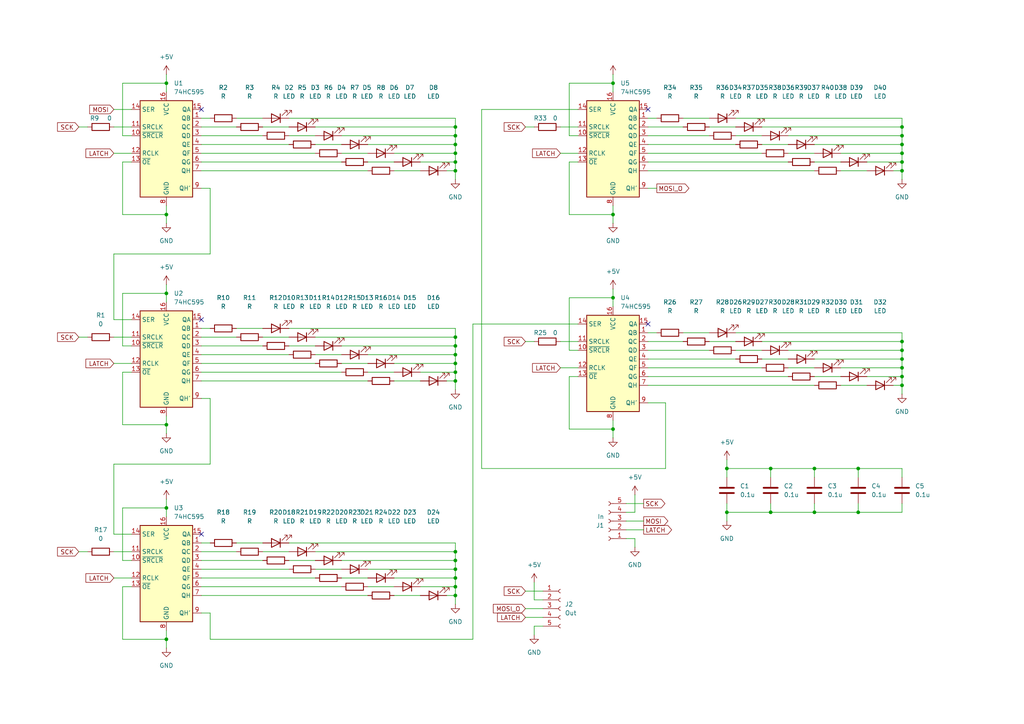
<source format=kicad_sch>
(kicad_sch (version 20250114) (generator "eeschema") (generator_version "9.0")
  (paper "A4")
  (lib_symbols
    (symbol "74xx:74HC595"
      (property "Reference" "U" (at -7.62 13.97 0))
      (property "Value" "74HC595" (at -7.62 -16.51 0))
      (symbol "74HC595_1_0"
        (pin input line (at -10.16 10.16 0) (length 2.54) (name "SER") (number "14"))
        (pin input line (at -10.16 5.08 0) (length 2.54) (name "SRCLK") (number "11"))
        (pin input line (at -10.16 2.54 0) (length 2.54) (name "~{SRCLR}") (number "10"))
        (pin input line (at -10.16 -2.54 0) (length 2.54) (name "RCLK") (number "12"))
        (pin input line (at -10.16 -5.08 0) (length 2.54) (name "~{OE}") (number "13"))
        (pin power_in line (at 0 15.24 270) (length 2.54) (name "VCC") (number "16"))
        (pin power_in line (at 0 -17.78 90) (length 2.54) (name "GND") (number "8"))
        (pin tri_state line (at 10.16 10.16 180) (length 2.54) (name "QA") (number "15"))
        (pin tri_state line (at 10.16 7.62 180) (length 2.54) (name "QB") (number "1"))
        (pin tri_state line (at 10.16 5.08 180) (length 2.54) (name "QC") (number "2"))
        (pin tri_state line (at 10.16 2.54 180) (length 2.54) (name "QD") (number "3"))
        (pin tri_state line (at 10.16 0 180) (length 2.54) (name "QE") (number "4"))
        (pin tri_state line (at 10.16 -2.54 180) (length 2.54) (name "QF") (number "5"))
        (pin tri_state line (at 10.16 -5.08 180) (length 2.54) (name "QG") (number "6"))
        (pin tri_state line (at 10.16 -7.62 180) (length 2.54) (name "QH") (number "7"))
        (pin output line (at 10.16 -12.7 180) (length 2.54) (name "QH'") (number "9"))
      )
    )
    (symbol "Connector:Conn_01x05_Socket" (pin_names (offset 1.016) (hide yes))
      (property "Reference" "J" (at 0 7.62 0))
      (property "Value" "Conn_01x05_Socket" (at 0 -7.62 0))
      (symbol "Conn_01x05_Socket_1_1"
        (pin passive line (at -5.08 5.08 0) (length 3.81) (name "Pin_1") (number "1"))
        (pin passive line (at -5.08 2.54 0) (length 3.81) (name "Pin_2") (number "2"))
        (pin passive line (at -5.08 0 0) (length 3.81) (name "Pin_3") (number "3"))
        (pin passive line (at -5.08 -2.54 0) (length 3.81) (name "Pin_4") (number "4"))
        (pin passive line (at -5.08 -5.08 0) (length 3.81) (name "Pin_5") (number "5"))
      )
    )
    (symbol "Device:C" (pin_numbers (hide yes)) (pin_names (offset 0.254))
      (property "Reference" "C" (at 0.635 2.54 0))
      (property "Value" "C" (at 0.635 -2.54 0))
      (symbol "C_1_1"
        (pin passive line (at 0 3.81 270) (length 2.794) (name "~") (number "1"))
        (pin passive line (at 0 -3.81 90) (length 2.794) (name "~") (number "2"))
      )
    )
    (symbol "Device:LED" (pin_numbers (hide yes)) (pin_names (offset 1.016) (hide yes))
      (property "Reference" "D" (at 0 2.54 0))
      (property "Value" "LED" (at 0 -2.54 0))
      (symbol "LED_1_1"
        (pin passive line (at -3.81 0 0) (length 2.54) (name "K") (number "1"))
        (pin passive line (at 3.81 0 180) (length 2.54) (name "A") (number "2"))
      )
    )
    (symbol "Device:R" (pin_numbers (hide yes)) (pin_names (offset 0))
      (property "Reference" "R" (at 2.032 0 90))
      (property "Value" "R" (at 0 0 90))
      (symbol "R_1_1"
        (pin passive line (at 0 3.81 270) (length 1.27) (name "~") (number "1"))
        (pin passive line (at 0 -3.81 90) (length 1.27) (name "~") (number "2"))
      )
    )
    (symbol "power:+5V" (power) (pin_numbers (hide yes)) (pin_names (offset 0) (hide yes))
      (property "Value" "+5V" (at 0 3.556 0))
      (symbol "+5V_1_1"
        (pin power_in line (at 0 0 90) (length 0) (name "~") (number "1"))
      )
    )
    (symbol "power:GND" (power) (pin_numbers (hide yes)) (pin_names (offset 0) (hide yes))
      (property "Value" "GND" (at 0 -3.81 0))
      (symbol "GND_1_1"
        (pin power_in line (at 0 0 270) (length 0) (name "~") (number "1"))
      )
    )
  )
  (junction (at 261.62 99.06))
  (junction (at 132.08 36.83))
  (junction (at 261.62 109.22))
  (junction (at 132.08 110.49))
  (junction (at 132.08 160.02))
  (junction (at 177.8 124.46))
  (junction (at 132.08 107.95))
  (junction (at 48.26 123.19))
  (junction (at 261.62 101.6))
  (junction (at 132.08 44.45))
  (junction (at 132.08 162.56))
  (junction (at 132.08 170.18))
  (junction (at 132.08 102.87))
  (junction (at 132.08 165.1))
  (junction (at 177.8 24.13))
  (junction (at 48.26 24.13))
  (junction (at 48.26 62.23))
  (junction (at 261.62 111.76))
  (junction (at 261.62 39.37))
  (junction (at 132.08 172.72))
  (junction (at 132.08 46.99))
  (junction (at 261.62 41.91))
  (junction (at 248.92 148.59))
  (junction (at 132.08 97.79))
  (junction (at 177.8 62.23))
  (junction (at 132.08 105.41))
  (junction (at 132.08 167.64))
  (junction (at 177.8 86.36))
  (junction (at 236.22 148.59))
  (junction (at 261.62 36.83))
  (junction (at 48.26 147.32))
  (junction (at 248.92 135.89))
  (junction (at 261.62 49.53))
  (junction (at 261.62 106.68))
  (junction (at 236.22 135.89))
  (junction (at 223.52 135.89))
  (junction (at 132.08 39.37))
  (junction (at 261.62 44.45))
  (junction (at 132.08 100.33))
  (junction (at 210.82 135.89))
  (junction (at 48.26 185.42))
  (junction (at 48.26 85.09))
  (junction (at 223.52 148.59))
  (junction (at 210.82 148.59))
  (junction (at 261.62 46.99))
  (junction (at 132.08 41.91))
  (junction (at 261.62 104.14))
  (junction (at 132.08 49.53))
  (no_connect (at 58.42 154.94))
  (no_connect (at 58.42 92.71))
  (no_connect (at 58.42 31.75))
  (no_connect (at 187.96 31.75))
  (no_connect (at 187.96 93.98))
  (wire (pts (xy 83.82 95.25) (xy 132.08 95.25)))
  (wire (pts (xy 132.08 172.72) (xy 129.54 172.72)))
  (wire (pts (xy 58.42 97.79) (xy 68.58 97.79)))
  (wire (pts (xy 187.96 49.53) (xy 236.22 49.53)))
  (wire (pts (xy 193.04 135.89) (xy 139.7 135.89)))
  (wire (pts (xy 48.26 21.59) (xy 48.26 24.13)))
  (wire (pts (xy 121.92 107.95) (xy 132.08 107.95)))
  (wire (pts (xy 210.82 148.59) (xy 210.82 151.13)))
  (wire (pts (xy 91.44 97.79) (xy 132.08 97.79)))
  (wire (pts (xy 243.84 106.68) (xy 261.62 106.68)))
  (wire (pts (xy 58.42 49.53) (xy 106.68 49.53)))
  (wire (pts (xy 261.62 114.3) (xy 261.62 111.76)))
  (wire (pts (xy 187.96 116.84) (xy 193.04 116.84)))
  (wire (pts (xy 236.22 135.89) (xy 223.52 135.89)))
  (wire (pts (xy 223.52 146.05) (xy 223.52 148.59)))
  (wire (pts (xy 132.08 100.33) (xy 132.08 102.87)))
  (wire (pts (xy 76.2 160.02) (xy 83.82 160.02)))
  (wire (pts (xy 35.56 147.32) (xy 48.26 147.32)))
  (wire (pts (xy 33.02 105.41) (xy 38.1 105.41)))
  (wire (pts (xy 236.22 41.91) (xy 261.62 41.91)))
  (wire (pts (xy 167.64 46.99) (xy 165.1 46.99)))
  (wire (pts (xy 187.96 106.68) (xy 220.98 106.68)))
  (wire (pts (xy 132.08 105.41) (xy 132.08 107.95)))
  (wire (pts (xy 132.08 41.91) (xy 132.08 44.45)))
  (wire (pts (xy 38.1 170.18) (xy 35.56 170.18)))
  (wire (pts (xy 198.12 96.52) (xy 205.74 96.52)))
  (wire (pts (xy 48.26 147.32) (xy 48.26 149.86)))
  (wire (pts (xy 261.62 106.68) (xy 261.62 109.22)))
  (wire (pts (xy 177.8 124.46) (xy 177.8 127)))
  (wire (pts (xy 167.64 39.37) (xy 165.1 39.37)))
  (wire (pts (xy 228.6 44.45) (xy 236.22 44.45)))
  (wire (pts (xy 33.02 44.45) (xy 38.1 44.45)))
  (wire (pts (xy 248.92 135.89) (xy 236.22 135.89)))
  (wire (pts (xy 165.1 86.36) (xy 177.8 86.36)))
  (wire (pts (xy 38.1 100.33) (xy 35.56 100.33)))
  (wire (pts (xy 177.8 59.69) (xy 177.8 62.23)))
  (wire (pts (xy 114.3 172.72) (xy 121.92 172.72)))
  (wire (pts (xy 22.86 160.02) (xy 25.4 160.02)))
  (wire (pts (xy 181.61 153.67) (xy 186.69 153.67)))
  (wire (pts (xy 114.3 49.53) (xy 121.92 49.53)))
  (wire (pts (xy 177.8 62.23) (xy 177.8 64.77)))
  (wire (pts (xy 91.44 41.91) (xy 99.06 41.91)))
  (wire (pts (xy 187.96 39.37) (xy 205.74 39.37)))
  (wire (pts (xy 132.08 52.07) (xy 132.08 49.53)))
  (wire (pts (xy 48.26 144.78) (xy 48.26 147.32)))
  (wire (pts (xy 83.82 157.48) (xy 132.08 157.48)))
  (wire (pts (xy 152.4 179.07) (xy 157.48 179.07)))
  (wire (pts (xy 139.7 31.75) (xy 167.64 31.75)))
  (wire (pts (xy 58.42 100.33) (xy 76.2 100.33)))
  (wire (pts (xy 58.42 157.48) (xy 60.96 157.48)))
  (wire (pts (xy 91.44 102.87) (xy 99.06 102.87)))
  (wire (pts (xy 165.1 24.13) (xy 177.8 24.13)))
  (wire (pts (xy 198.12 34.29) (xy 205.74 34.29)))
  (wire (pts (xy 152.4 36.83) (xy 154.94 36.83)))
  (wire (pts (xy 99.06 100.33) (xy 132.08 100.33)))
  (wire (pts (xy 35.56 46.99) (xy 35.56 62.23)))
  (wire (pts (xy 228.6 39.37) (xy 261.62 39.37)))
  (wire (pts (xy 114.3 110.49) (xy 121.92 110.49)))
  (wire (pts (xy 106.68 41.91) (xy 132.08 41.91)))
  (wire (pts (xy 132.08 165.1) (xy 132.08 167.64)))
  (wire (pts (xy 132.08 36.83) (xy 132.08 39.37)))
  (wire (pts (xy 261.62 36.83) (xy 261.62 39.37)))
  (wire (pts (xy 261.62 52.07) (xy 261.62 49.53)))
  (wire (pts (xy 181.61 146.05) (xy 186.69 146.05)))
  (wire (pts (xy 187.96 41.91) (xy 213.36 41.91)))
  (wire (pts (xy 205.74 36.83) (xy 213.36 36.83)))
  (wire (pts (xy 33.02 31.75) (xy 38.1 31.75)))
  (wire (pts (xy 193.04 116.84) (xy 193.04 135.89)))
  (wire (pts (xy 68.58 95.25) (xy 76.2 95.25)))
  (wire (pts (xy 132.08 44.45) (xy 132.08 46.99)))
  (wire (pts (xy 58.42 44.45) (xy 91.44 44.45)))
  (wire (pts (xy 132.08 170.18) (xy 132.08 172.72)))
  (wire (pts (xy 33.02 97.79) (xy 38.1 97.79)))
  (wire (pts (xy 99.06 167.64) (xy 106.68 167.64)))
  (wire (pts (xy 261.62 99.06) (xy 261.62 101.6)))
  (wire (pts (xy 261.62 109.22) (xy 261.62 111.76)))
  (wire (pts (xy 48.26 182.88) (xy 48.26 185.42)))
  (wire (pts (xy 181.61 151.13) (xy 186.69 151.13)))
  (wire (pts (xy 132.08 95.25) (xy 132.08 97.79)))
  (wire (pts (xy 162.56 36.83) (xy 167.64 36.83)))
  (wire (pts (xy 38.1 162.56) (xy 35.56 162.56)))
  (wire (pts (xy 35.56 170.18) (xy 35.56 185.42)))
  (wire (pts (xy 184.15 143.51) (xy 184.15 148.59)))
  (wire (pts (xy 33.02 73.66) (xy 60.96 73.66)))
  (wire (pts (xy 121.92 46.99) (xy 132.08 46.99)))
  (wire (pts (xy 68.58 157.48) (xy 76.2 157.48)))
  (wire (pts (xy 33.02 154.94) (xy 33.02 134.62)))
  (wire (pts (xy 261.62 39.37) (xy 261.62 41.91)))
  (wire (pts (xy 152.4 176.53) (xy 157.48 176.53)))
  (wire (pts (xy 210.82 146.05) (xy 210.82 148.59)))
  (wire (pts (xy 210.82 135.89) (xy 210.82 138.43)))
  (wire (pts (xy 99.06 44.45) (xy 106.68 44.45)))
  (wire (pts (xy 83.82 162.56) (xy 91.44 162.56)))
  (wire (pts (xy 154.94 184.15) (xy 154.94 181.61)))
  (wire (pts (xy 132.08 97.79) (xy 132.08 100.33)))
  (wire (pts (xy 22.86 97.79) (xy 25.4 97.79)))
  (wire (pts (xy 132.08 107.95) (xy 132.08 110.49)))
  (wire (pts (xy 177.8 21.59) (xy 177.8 24.13)))
  (wire (pts (xy 213.36 39.37) (xy 220.98 39.37)))
  (wire (pts (xy 220.98 41.91) (xy 228.6 41.91)))
  (wire (pts (xy 35.56 100.33) (xy 35.56 85.09)))
  (wire (pts (xy 58.42 107.95) (xy 99.06 107.95)))
  (wire (pts (xy 165.1 101.6) (xy 165.1 86.36)))
  (wire (pts (xy 35.56 107.95) (xy 35.56 123.19)))
  (wire (pts (xy 132.08 102.87) (xy 132.08 105.41)))
  (wire (pts (xy 184.15 148.59) (xy 181.61 148.59)))
  (wire (pts (xy 33.02 36.83) (xy 38.1 36.83)))
  (wire (pts (xy 83.82 39.37) (xy 91.44 39.37)))
  (wire (pts (xy 213.36 101.6) (xy 220.98 101.6)))
  (wire (pts (xy 35.56 85.09) (xy 48.26 85.09)))
  (wire (pts (xy 60.96 73.66) (xy 60.96 54.61)))
  (wire (pts (xy 162.56 99.06) (xy 167.64 99.06)))
  (wire (pts (xy 152.4 171.45) (xy 157.48 171.45)))
  (wire (pts (xy 162.56 44.45) (xy 167.64 44.45)))
  (wire (pts (xy 213.36 34.29) (xy 261.62 34.29)))
  (wire (pts (xy 261.62 146.05) (xy 261.62 148.59)))
  (wire (pts (xy 38.1 46.99) (xy 35.56 46.99)))
  (wire (pts (xy 60.96 54.61) (xy 58.42 54.61)))
  (wire (pts (xy 167.64 109.22) (xy 165.1 109.22)))
  (wire (pts (xy 33.02 167.64) (xy 38.1 167.64)))
  (wire (pts (xy 58.42 110.49) (xy 106.68 110.49)))
  (wire (pts (xy 132.08 113.03) (xy 132.08 110.49)))
  (wire (pts (xy 152.4 99.06) (xy 154.94 99.06)))
  (wire (pts (xy 243.84 111.76) (xy 251.46 111.76)))
  (wire (pts (xy 33.02 160.02) (xy 38.1 160.02)))
  (wire (pts (xy 58.42 46.99) (xy 99.06 46.99)))
  (wire (pts (xy 58.42 36.83) (xy 68.58 36.83)))
  (wire (pts (xy 236.22 135.89) (xy 236.22 138.43)))
  (wire (pts (xy 35.56 185.42) (xy 48.26 185.42)))
  (wire (pts (xy 187.96 46.99) (xy 228.6 46.99)))
  (wire (pts (xy 137.16 185.42) (xy 137.16 93.98)))
  (wire (pts (xy 132.08 160.02) (xy 132.08 162.56)))
  (wire (pts (xy 243.84 49.53) (xy 251.46 49.53)))
  (wire (pts (xy 132.08 39.37) (xy 132.08 41.91)))
  (wire (pts (xy 60.96 177.8) (xy 60.96 185.42)))
  (wire (pts (xy 58.42 170.18) (xy 99.06 170.18)))
  (wire (pts (xy 48.26 62.23) (xy 48.26 64.77)))
  (wire (pts (xy 261.62 111.76) (xy 259.08 111.76)))
  (wire (pts (xy 106.68 170.18) (xy 114.3 170.18)))
  (wire (pts (xy 248.92 135.89) (xy 248.92 138.43)))
  (wire (pts (xy 106.68 107.95) (xy 114.3 107.95)))
  (wire (pts (xy 220.98 99.06) (xy 261.62 99.06)))
  (wire (pts (xy 33.02 92.71) (xy 38.1 92.71)))
  (wire (pts (xy 261.62 34.29) (xy 261.62 36.83)))
  (wire (pts (xy 177.8 83.82) (xy 177.8 86.36)))
  (wire (pts (xy 48.26 120.65) (xy 48.26 123.19)))
  (wire (pts (xy 220.98 104.14) (xy 228.6 104.14)))
  (wire (pts (xy 132.08 175.26) (xy 132.08 172.72)))
  (wire (pts (xy 223.52 135.89) (xy 223.52 138.43)))
  (wire (pts (xy 35.56 62.23) (xy 48.26 62.23)))
  (wire (pts (xy 210.82 133.35) (xy 210.82 135.89)))
  (wire (pts (xy 33.02 92.71) (xy 33.02 73.66)))
  (wire (pts (xy 58.42 165.1) (xy 83.82 165.1)))
  (wire (pts (xy 48.26 82.55) (xy 48.26 85.09)))
  (wire (pts (xy 99.06 105.41) (xy 106.68 105.41)))
  (wire (pts (xy 60.96 185.42) (xy 137.16 185.42)))
  (wire (pts (xy 220.98 36.83) (xy 261.62 36.83)))
  (wire (pts (xy 33.02 154.94) (xy 38.1 154.94)))
  (wire (pts (xy 48.26 59.69) (xy 48.26 62.23)))
  (wire (pts (xy 132.08 34.29) (xy 132.08 36.83)))
  (wire (pts (xy 177.8 121.92) (xy 177.8 124.46)))
  (wire (pts (xy 248.92 146.05) (xy 248.92 148.59)))
  (wire (pts (xy 60.96 134.62) (xy 60.96 115.57)))
  (wire (pts (xy 60.96 115.57) (xy 58.42 115.57)))
  (wire (pts (xy 236.22 46.99) (xy 243.84 46.99)))
  (wire (pts (xy 58.42 95.25) (xy 60.96 95.25)))
  (wire (pts (xy 187.96 44.45) (xy 220.98 44.45)))
  (wire (pts (xy 162.56 106.68) (xy 167.64 106.68)))
  (wire (pts (xy 154.94 168.91) (xy 154.94 173.99)))
  (wire (pts (xy 261.62 135.89) (xy 261.62 138.43)))
  (wire (pts (xy 184.15 156.21) (xy 181.61 156.21)))
  (wire (pts (xy 58.42 177.8) (xy 60.96 177.8)))
  (wire (pts (xy 261.62 44.45) (xy 261.62 46.99)))
  (wire (pts (xy 187.96 109.22) (xy 228.6 109.22)))
  (wire (pts (xy 261.62 41.91) (xy 261.62 44.45)))
  (wire (pts (xy 76.2 36.83) (xy 83.82 36.83)))
  (wire (pts (xy 187.96 104.14) (xy 213.36 104.14)))
  (wire (pts (xy 165.1 46.99) (xy 165.1 62.23)))
  (wire (pts (xy 236.22 109.22) (xy 243.84 109.22)))
  (wire (pts (xy 22.86 36.83) (xy 25.4 36.83)))
  (wire (pts (xy 177.8 24.13) (xy 177.8 26.67)))
  (wire (pts (xy 48.26 185.42) (xy 48.26 187.96)))
  (wire (pts (xy 106.68 46.99) (xy 114.3 46.99)))
  (wire (pts (xy 187.96 99.06) (xy 198.12 99.06)))
  (wire (pts (xy 48.26 123.19) (xy 48.26 125.73)))
  (wire (pts (xy 236.22 104.14) (xy 261.62 104.14)))
  (wire (pts (xy 165.1 109.22) (xy 165.1 124.46)))
  (wire (pts (xy 132.08 157.48) (xy 132.08 160.02)))
  (wire (pts (xy 213.36 96.52) (xy 261.62 96.52)))
  (wire (pts (xy 205.74 99.06) (xy 213.36 99.06)))
  (wire (pts (xy 132.08 167.64) (xy 132.08 170.18)))
  (wire (pts (xy 83.82 100.33) (xy 91.44 100.33)))
  (wire (pts (xy 114.3 44.45) (xy 132.08 44.45)))
  (wire (pts (xy 167.64 101.6) (xy 165.1 101.6)))
  (wire (pts (xy 99.06 162.56) (xy 132.08 162.56)))
  (wire (pts (xy 261.62 46.99) (xy 261.62 49.53)))
  (wire (pts (xy 223.52 135.89) (xy 210.82 135.89)))
  (wire (pts (xy 83.82 34.29) (xy 132.08 34.29)))
  (wire (pts (xy 106.68 102.87) (xy 132.08 102.87)))
  (wire (pts (xy 58.42 162.56) (xy 76.2 162.56)))
  (wire (pts (xy 91.44 160.02) (xy 132.08 160.02)))
  (wire (pts (xy 187.96 101.6) (xy 205.74 101.6)))
  (wire (pts (xy 261.62 104.14) (xy 261.62 106.68)))
  (wire (pts (xy 154.94 181.61) (xy 157.48 181.61)))
  (wire (pts (xy 251.46 109.22) (xy 261.62 109.22)))
  (wire (pts (xy 165.1 39.37) (xy 165.1 24.13)))
  (wire (pts (xy 132.08 49.53) (xy 129.54 49.53)))
  (wire (pts (xy 58.42 34.29) (xy 60.96 34.29)))
  (wire (pts (xy 165.1 124.46) (xy 177.8 124.46)))
  (wire (pts (xy 33.02 134.62) (xy 60.96 134.62)))
  (wire (pts (xy 132.08 46.99) (xy 132.08 49.53)))
  (wire (pts (xy 35.56 123.19) (xy 48.26 123.19)))
  (wire (pts (xy 35.56 162.56) (xy 35.56 147.32)))
  (wire (pts (xy 236.22 148.59) (xy 223.52 148.59)))
  (wire (pts (xy 157.48 173.99) (xy 154.94 173.99)))
  (wire (pts (xy 99.06 39.37) (xy 132.08 39.37)))
  (wire (pts (xy 58.42 39.37) (xy 76.2 39.37)))
  (wire (pts (xy 76.2 97.79) (xy 83.82 97.79)))
  (wire (pts (xy 184.15 158.75) (xy 184.15 156.21)))
  (wire (pts (xy 228.6 106.68) (xy 236.22 106.68)))
  (wire (pts (xy 114.3 105.41) (xy 132.08 105.41)))
  (wire (pts (xy 58.42 167.64) (xy 91.44 167.64)))
  (wire (pts (xy 139.7 31.75) (xy 139.7 135.89)))
  (wire (pts (xy 261.62 148.59) (xy 248.92 148.59)))
  (wire (pts (xy 165.1 62.23) (xy 177.8 62.23)))
  (wire (pts (xy 35.56 24.13) (xy 48.26 24.13)))
  (wire (pts (xy 223.52 148.59) (xy 210.82 148.59)))
  (wire (pts (xy 236.22 146.05) (xy 236.22 148.59)))
  (wire (pts (xy 58.42 172.72) (xy 106.68 172.72)))
  (wire (pts (xy 251.46 46.99) (xy 261.62 46.99)))
  (wire (pts (xy 58.42 105.41) (xy 91.44 105.41)))
  (wire (pts (xy 48.26 24.13) (xy 48.26 26.67)))
  (wire (pts (xy 187.96 34.29) (xy 190.5 34.29)))
  (wire (pts (xy 106.68 165.1) (xy 132.08 165.1)))
  (wire (pts (xy 91.44 36.83) (xy 132.08 36.83)))
  (wire (pts (xy 261.62 96.52) (xy 261.62 99.06)))
  (wire (pts (xy 187.96 36.83) (xy 198.12 36.83)))
  (wire (pts (xy 35.56 39.37) (xy 35.56 24.13)))
  (wire (pts (xy 58.42 102.87) (xy 83.82 102.87)))
  (wire (pts (xy 48.26 85.09) (xy 48.26 87.63)))
  (wire (pts (xy 228.6 101.6) (xy 261.62 101.6)))
  (wire (pts (xy 261.62 135.89) (xy 248.92 135.89)))
  (wire (pts (xy 137.16 93.98) (xy 167.64 93.98)))
  (wire (pts (xy 132.08 162.56) (xy 132.08 165.1)))
  (wire (pts (xy 91.44 165.1) (xy 99.06 165.1)))
  (wire (pts (xy 58.42 160.02) (xy 68.58 160.02)))
  (wire (pts (xy 38.1 39.37) (xy 35.56 39.37)))
  (wire (pts (xy 58.42 41.91) (xy 83.82 41.91)))
  (wire (pts (xy 121.92 170.18) (xy 132.08 170.18)))
  (wire (pts (xy 187.96 111.76) (xy 236.22 111.76)))
  (wire (pts (xy 248.92 148.59) (xy 236.22 148.59)))
  (wire (pts (xy 38.1 107.95) (xy 35.56 107.95)))
  (wire (pts (xy 68.58 34.29) (xy 76.2 34.29)))
  (wire (pts (xy 177.8 86.36) (xy 177.8 88.9)))
  (wire (pts (xy 187.96 54.61) (xy 190.5 54.61)))
  (wire (pts (xy 261.62 49.53) (xy 259.08 49.53)))
  (wire (pts (xy 261.62 101.6) (xy 261.62 104.14)))
  (wire (pts (xy 243.84 44.45) (xy 261.62 44.45)))
  (wire (pts (xy 132.08 110.49) (xy 129.54 110.49)))
  (wire (pts (xy 187.96 96.52) (xy 190.5 96.52)))
  (wire (pts (xy 114.3 167.64) (xy 132.08 167.64)))
  (global_label "SCK" (shape input) (at 152.4 99.06 180) (property "Intersheetrefs" "${INTERSHEET_REFS}" (effects (hide yes))))
  (global_label "LATCH" (shape input) (at 152.4 179.07 180) (property "Intersheetrefs" "${INTERSHEET_REFS}" (effects (hide yes))))
  (global_label "LATCH" (shape input) (at 162.56 44.45 180) (property "Intersheetrefs" "${INTERSHEET_REFS}" (effects (hide yes))))
  (global_label "SCK" (shape input) (at 22.86 160.02 180) (property "Intersheetrefs" "${INTERSHEET_REFS}" (effects (hide yes))))
  (global_label "SCK" (shape output) (at 186.69 146.05 0) (property "Intersheetrefs" "${INTERSHEET_REFS}" (effects (hide yes))))
  (global_label "MOSI" (shape output) (at 186.69 151.13 0) (property "Intersheetrefs" "${INTERSHEET_REFS}" (effects (hide yes))))
  (global_label "MOSI_O" (shape input) (at 152.4 176.53 180) (property "Intersheetrefs" "${INTERSHEET_REFS}" (effects (hide yes))))
  (global_label "LATCH" (shape input) (at 33.02 167.64 180) (property "Intersheetrefs" "${INTERSHEET_REFS}" (effects (hide yes))))
  (global_label "SCK" (shape input) (at 152.4 36.83 180) (property "Intersheetrefs" "${INTERSHEET_REFS}" (effects (hide yes))))
  (global_label "LATCH" (shape input) (at 33.02 44.45 180) (property "Intersheetrefs" "${INTERSHEET_REFS}" (effects (hide yes))))
  (global_label "LATCH" (shape input) (at 162.56 106.68 180) (property "Intersheetrefs" "${INTERSHEET_REFS}" (effects (hide yes))))
  (global_label "MOSI_O" (shape output) (at 190.5 54.61 0) (property "Intersheetrefs" "${INTERSHEET_REFS}" (effects (hide yes))))
  (global_label "LATCH" (shape input) (at 33.02 105.41 180) (property "Intersheetrefs" "${INTERSHEET_REFS}" (effects (hide yes))))
  (global_label "SCK" (shape input) (at 152.4 171.45 180) (property "Intersheetrefs" "${INTERSHEET_REFS}" (effects (hide yes))))
  (global_label "MOSI" (shape input) (at 33.02 31.75 180) (property "Intersheetrefs" "${INTERSHEET_REFS}" (effects (hide yes))))
  (global_label "SCK" (shape input) (at 22.86 97.79 180) (property "Intersheetrefs" "${INTERSHEET_REFS}" (effects (hide yes))))
  (global_label "LATCH" (shape output) (at 186.69 153.67 0) (property "Intersheetrefs" "${INTERSHEET_REFS}" (effects (hide yes))))
  (global_label "SCK" (shape input) (at 22.86 36.83 180) (property "Intersheetrefs" "${INTERSHEET_REFS}" (effects (hide yes))))
  (symbol (lib_id "Device:R") (at 29.21 97.79 90) (unit 1)
    (property "Reference" "R1" (at 29.21 91.44 90))
    (property "Value" "0" (at 29.21 93.98 90))
    (property "Footprint" "Resistor_SMD:R_1206_3216Metric" (effects (hide yes)))
    (property "Description" "Resistor" (effects (hide yes)))
  )
  (symbol (lib_id "power:+5V") (at 48.26 21.59 0) (unit 1)
    (property "Reference" "#PWR02" (effects (hide yes)))
    (property "Value" "+5V" (at 48.26 16.51 0))
    (property "Description" "Power symbol creates a global label with name \"+5V\"" (effects (hide yes)))
  )
  (symbol (lib_id "Device:LED") (at 80.01 34.29 180) (unit 1)
    (property "Reference" "D2" (at 83.82 25.4 0))
    (property "Value" "LED" (at 83.82 27.94 0))
    (property "Footprint" "Custom_Symbols:LED" (effects (hide yes)))
    (property "Description" "Light emitting diode" (effects (hide yes)))
    (property "Sim.Pins" "1=K 2=A" (effects (hide yes)))
  )
  (symbol (lib_id "Device:R") (at 102.87 170.18 90) (unit 1)
    (property "Reference" "R23" (at 102.87 148.59 90))
    (property "Value" "R" (at 102.87 151.13 90))
    (property "Footprint" "Resistor_SMD:R_0805_2012Metric" (effects (hide yes)))
    (property "Description" "Resistor" (effects (hide yes)))
  )
  (symbol (lib_id "Device:R") (at 80.01 39.37 90) (unit 1)
    (property "Reference" "R4" (at 80.01 25.4 90))
    (property "Value" "R" (at 80.01 27.94 90))
    (property "Footprint" "Resistor_SMD:R_0805_2012Metric" (effects (hide yes)))
    (property "Description" "Resistor" (effects (hide yes)))
  )
  (symbol (lib_id "Device:LED") (at 232.41 104.14 180) (unit 1)
    (property "Reference" "D29" (at 235.966 87.63 0))
    (property "Value" "LED" (at 235.966 90.17 0))
    (property "Footprint" "Custom_Symbols:LED" (effects (hide yes)))
    (property "Description" "Light emitting diode" (effects (hide yes)))
    (property "Sim.Pins" "1=K 2=A" (effects (hide yes)))
  )
  (symbol (lib_id "Device:LED") (at 125.73 172.72 180) (unit 1)
    (property "Reference" "D24" (at 125.73 148.59 0))
    (property "Value" "LED" (at 125.73 151.13 0))
    (property "Footprint" "Custom_Symbols:LED" (effects (hide yes)))
    (property "Description" "Light emitting diode" (effects (hide yes)))
    (property "Sim.Pins" "1=K 2=A" (effects (hide yes)))
  )
  (symbol (lib_id "power:GND") (at 48.26 187.96 0) (unit 1)
    (property "Reference" "#PWR08" (effects (hide yes)))
    (property "Value" "GND" (at 48.26 193.04 0))
    (property "Description" "Power symbol creates a global label with name \"GND\" , ground" (effects (hide yes)))
  )
  (symbol (lib_id "Device:R") (at 217.17 41.91 90) (unit 1)
    (property "Reference" "R37" (at 217.17 25.4 90))
    (property "Value" "R" (at 217.17 27.94 90))
    (property "Footprint" "Resistor_SMD:R_0805_2012Metric" (effects (hide yes)))
    (property "Description" "Resistor" (effects (hide yes)))
  )
  (symbol (lib_id "Device:R") (at 95.25 167.64 90) (unit 1)
    (property "Reference" "R22" (at 95.25 148.59 90))
    (property "Value" "R" (at 95.25 151.13 90))
    (property "Footprint" "Resistor_SMD:R_0805_2012Metric" (effects (hide yes)))
    (property "Description" "Resistor" (effects (hide yes)))
  )
  (symbol (lib_id "Device:R") (at 29.21 160.02 90) (unit 1)
    (property "Reference" "R17" (at 29.21 153.67 90))
    (property "Value" "0" (at 29.21 156.21 90))
    (property "Footprint" "Resistor_SMD:R_1206_3216Metric" (effects (hide yes)))
    (property "Description" "Resistor" (effects (hide yes)))
  )
  (symbol (lib_id "Device:R") (at 87.63 41.91 90) (unit 1)
    (property "Reference" "R5" (at 87.63 25.4 90))
    (property "Value" "R" (at 87.63 27.94 90))
    (property "Footprint" "Resistor_SMD:R_0805_2012Metric" (effects (hide yes)))
    (property "Description" "Resistor" (effects (hide yes)))
  )
  (symbol (lib_id "Device:LED") (at 102.87 102.87 180) (unit 1)
    (property "Reference" "D13" (at 106.426 86.36 0))
    (property "Value" "LED" (at 106.426 88.9 0))
    (property "Footprint" "Custom_Symbols:LED" (effects (hide yes)))
    (property "Description" "Light emitting diode" (effects (hide yes)))
    (property "Sim.Pins" "1=K 2=A" (effects (hide yes)))
  )
  (symbol (lib_id "Device:LED") (at 110.49 105.41 180) (unit 1)
    (property "Reference" "D14" (at 114.3 86.36 0))
    (property "Value" "LED" (at 114.3 88.9 0))
    (property "Footprint" "Custom_Symbols:LED" (effects (hide yes)))
    (property "Description" "Light emitting diode" (effects (hide yes)))
    (property "Sim.Pins" "1=K 2=A" (effects (hide yes)))
  )
  (symbol (lib_id "Device:R") (at 95.25 105.41 90) (unit 1)
    (property "Reference" "R14" (at 95.25 86.36 90))
    (property "Value" "R" (at 95.25 88.9 90))
    (property "Footprint" "Resistor_SMD:R_0805_2012Metric" (effects (hide yes)))
    (property "Description" "Resistor" (effects (hide yes)))
  )
  (symbol (lib_id "power:GND") (at 48.26 125.73 0) (unit 1)
    (property "Reference" "#PWR05" (effects (hide yes)))
    (property "Value" "GND" (at 48.26 130.81 0))
    (property "Description" "Power symbol creates a global label with name \"GND\" , ground" (effects (hide yes)))
  )
  (symbol (lib_id "Device:R") (at 87.63 102.87 90) (unit 1)
    (property "Reference" "R13" (at 87.63 86.36 90))
    (property "Value" "R" (at 87.63 88.9 90))
    (property "Footprint" "Resistor_SMD:R_0805_2012Metric" (effects (hide yes)))
    (property "Description" "Resistor" (effects (hide yes)))
  )
  (symbol (lib_id "74xx:74HC595") (at 48.26 102.87 0) (unit 1)
    (property "Reference" "U2" (at 50.4033 85.09 0) (effects (justify left)))
    (property "Value" "74HC595" (at 50.4033 87.63 0) (effects (justify left)))
    (property "Footprint" "Package_SO:SOP-16_3.9x9.9mm_P1.27mm" (effects (hide yes)))
    (property "Datasheet" "http://www.ti.com/lit/ds/symlink/sn74hc595.pdf" (effects (hide yes)))
    (property "Description" "8-bit serial in/out Shift Register 3-State Outputs" (effects (hide yes)))
  )
  (symbol (lib_id "Device:LED") (at 232.41 41.91 180) (unit 1)
    (property "Reference" "D37" (at 235.966 25.4 0))
    (property "Value" "LED" (at 235.966 27.94 0))
    (property "Footprint" "Custom_Symbols:LED" (effects (hide yes)))
    (property "Description" "Light emitting diode" (effects (hide yes)))
    (property "Sim.Pins" "1=K 2=A" (effects (hide yes)))
  )
  (symbol (lib_id "Device:LED") (at 80.01 95.25 180) (unit 1)
    (property "Reference" "D10" (at 83.82 86.36 0))
    (property "Value" "LED" (at 83.82 88.9 0))
    (property "Footprint" "Custom_Symbols:LED" (effects (hide yes)))
    (property "Description" "Light emitting diode" (effects (hide yes)))
    (property "Sim.Pins" "1=K 2=A" (effects (hide yes)))
  )
  (symbol (lib_id "power:GND") (at 132.08 113.03 0) (unit 1)
    (property "Reference" "#PWR06" (effects (hide yes)))
    (property "Value" "GND" (at 132.08 118.11 0))
    (property "Description" "Power symbol creates a global label with name \"GND\" , ground" (effects (hide yes)))
  )
  (symbol (lib_id "power:+5V") (at 184.15 143.51 0) (unit 1)
    (property "Reference" "#PWR032" (effects (hide yes)))
    (property "Value" "+5V" (at 184.15 138.43 0))
    (property "Description" "Power symbol creates a global label with name \"+5V\"" (effects (hide yes)))
  )
  (symbol (lib_id "Device:R") (at 110.49 110.49 90) (unit 1)
    (property "Reference" "R16" (at 110.49 86.36 90))
    (property "Value" "R" (at 110.49 88.9 90))
    (property "Footprint" "Resistor_SMD:R_0805_2012Metric" (effects (hide yes)))
    (property "Description" "Resistor" (effects (hide yes)))
  )
  (symbol (lib_id "power:+5V") (at 210.82 133.35 0) (unit 1)
    (property "Reference" "#PWR024" (effects (hide yes)))
    (property "Value" "+5V" (at 210.82 128.27 0))
    (property "Description" "Power symbol creates a global label with name \"+5V\"" (effects (hide yes)))
  )
  (symbol (lib_id "Device:C") (at 210.82 142.24 0) (unit 1)
    (property "Reference" "C1" (at 214.63 140.9699 0) (effects (justify left)))
    (property "Value" "0.1u" (at 214.63 143.5099 0) (effects (justify left)))
    (property "Footprint" "Capacitor_SMD:C_0805_2012Metric" (effects (hide yes)))
    (property "Description" "Unpolarized capacitor" (effects (hide yes)))
  )
  (symbol (lib_id "Device:R") (at 201.93 99.06 90) (unit 1)
    (property "Reference" "R27" (at 201.93 87.63 90))
    (property "Value" "R" (at 201.93 90.17 90))
    (property "Footprint" "Resistor_SMD:R_0805_2012Metric" (effects (hide yes)))
    (property "Description" "Resistor" (effects (hide yes)))
  )
  (symbol (lib_id "power:GND") (at 184.15 158.75 0) (unit 1)
    (property "Reference" "#PWR025" (effects (hide yes)))
    (property "Value" "GND" (at 184.15 163.83 0))
    (property "Description" "Power symbol creates a global label with name \"GND\" , ground" (effects (hide yes)))
  )
  (symbol (lib_id "Device:LED") (at 87.63 36.83 180) (unit 1)
    (property "Reference" "D3" (at 91.44 25.4 0))
    (property "Value" "LED" (at 91.44 27.94 0))
    (property "Footprint" "Custom_Symbols:LED" (effects (hide yes)))
    (property "Description" "Light emitting diode" (effects (hide yes)))
    (property "Sim.Pins" "1=K 2=A" (effects (hide yes)))
  )
  (symbol (lib_id "Device:LED") (at 118.11 46.99 180) (unit 1)
    (property "Reference" "D7" (at 118.872 25.4 0))
    (property "Value" "LED" (at 118.872 27.94 0))
    (property "Footprint" "Custom_Symbols:LED" (effects (hide yes)))
    (property "Description" "Light emitting diode" (effects (hide yes)))
    (property "Sim.Pins" "1=K 2=A" (effects (hide yes)))
  )
  (symbol (lib_id "Device:LED") (at 102.87 165.1 180) (unit 1)
    (property "Reference" "D21" (at 106.426 148.59 0))
    (property "Value" "LED" (at 106.426 151.13 0))
    (property "Footprint" "Custom_Symbols:LED" (effects (hide yes)))
    (property "Description" "Light emitting diode" (effects (hide yes)))
    (property "Sim.Pins" "1=K 2=A" (effects (hide yes)))
  )
  (symbol (lib_id "Device:R") (at 72.39 36.83 90) (unit 1)
    (property "Reference" "R3" (at 72.39 25.4 90))
    (property "Value" "R" (at 72.39 27.94 90))
    (property "Footprint" "Resistor_SMD:R_0805_2012Metric" (effects (hide yes)))
    (property "Description" "Resistor" (effects (hide yes)))
  )
  (symbol (lib_id "Device:R") (at 64.77 34.29 90) (unit 1)
    (property "Reference" "R2" (at 64.77 25.4 90))
    (property "Value" "R" (at 64.77 27.94 90))
    (property "Footprint" "Resistor_SMD:R_0805_2012Metric" (effects (hide yes)))
    (property "Description" "Resistor" (effects (hide yes)))
  )
  (symbol (lib_id "Device:LED") (at 95.25 100.33 180) (unit 1)
    (property "Reference" "D12" (at 99.06 86.36 0))
    (property "Value" "LED" (at 99.06 88.9 0))
    (property "Footprint" "Custom_Symbols:LED" (effects (hide yes)))
    (property "Description" "Light emitting diode" (effects (hide yes)))
    (property "Sim.Pins" "1=K 2=A" (effects (hide yes)))
  )
  (symbol (lib_id "Device:LED") (at 224.79 101.6 180) (unit 1)
    (property "Reference" "D28" (at 228.6 87.63 0))
    (property "Value" "LED" (at 228.6 90.17 0))
    (property "Footprint" "Custom_Symbols:LED" (effects (hide yes)))
    (property "Description" "Light emitting diode" (effects (hide yes)))
    (property "Sim.Pins" "1=K 2=A" (effects (hide yes)))
  )
  (symbol (lib_id "power:+5V") (at 48.26 144.78 0) (unit 1)
    (property "Reference" "#PWR07" (effects (hide yes)))
    (property "Value" "+5V" (at 48.26 139.7 0))
    (property "Description" "Power symbol creates a global label with name \"+5V\"" (effects (hide yes)))
  )
  (symbol (lib_id "Device:R") (at 64.77 157.48 90) (unit 1)
    (property "Reference" "R18" (at 64.77 148.59 90))
    (property "Value" "R" (at 64.77 151.13 90))
    (property "Footprint" "Resistor_SMD:R_0805_2012Metric" (effects (hide yes)))
    (property "Description" "Resistor" (effects (hide yes)))
  )
  (symbol (lib_id "power:GND") (at 177.8 127 0) (unit 1)
    (property "Reference" "#PWR011" (effects (hide yes)))
    (property "Value" "GND" (at 177.8 132.08 0))
    (property "Description" "Power symbol creates a global label with name \"GND\" , ground" (effects (hide yes)))
  )
  (symbol (lib_id "power:GND") (at 132.08 52.07 0) (unit 1)
    (property "Reference" "#PWR01" (effects (hide yes)))
    (property "Value" "GND" (at 132.08 57.15 0))
    (property "Description" "Power symbol creates a global label with name \"GND\" , ground" (effects (hide yes)))
  )
  (symbol (lib_id "Device:LED") (at 125.73 49.53 180) (unit 1)
    (property "Reference" "D8" (at 125.73 25.4 0))
    (property "Value" "LED" (at 125.73 27.94 0))
    (property "Footprint" "Custom_Symbols:LED" (effects (hide yes)))
    (property "Description" "Light emitting diode" (effects (hide yes)))
    (property "Sim.Pins" "1=K 2=A" (effects (hide yes)))
  )
  (symbol (lib_id "power:GND") (at 261.62 114.3 0) (unit 1)
    (property "Reference" "#PWR012" (effects (hide yes)))
    (property "Value" "GND" (at 261.62 119.38 0))
    (property "Description" "Power symbol creates a global label with name \"GND\" , ground" (effects (hide yes)))
  )
  (symbol (lib_id "Device:R") (at 194.31 96.52 90) (unit 1)
    (property "Reference" "R26" (at 194.31 87.63 90))
    (property "Value" "R" (at 194.31 90.17 90))
    (property "Footprint" "Resistor_SMD:R_0805_2012Metric" (effects (hide yes)))
    (property "Description" "Resistor" (effects (hide yes)))
  )
  (symbol (lib_id "Device:R") (at 64.77 95.25 90) (unit 1)
    (property "Reference" "R10" (at 64.77 86.36 90))
    (property "Value" "R" (at 64.77 88.9 90))
    (property "Footprint" "Resistor_SMD:R_0805_2012Metric" (effects (hide yes)))
    (property "Description" "Resistor" (effects (hide yes)))
  )
  (symbol (lib_id "Device:C") (at 236.22 142.24 0) (unit 1)
    (property "Reference" "C3" (at 240.03 140.9699 0) (effects (justify left)))
    (property "Value" "0.1u" (at 240.03 143.5099 0) (effects (justify left)))
    (property "Footprint" "Capacitor_SMD:C_0805_2012Metric" (effects (hide yes)))
    (property "Description" "Unpolarized capacitor" (effects (hide yes)))
  )
  (symbol (lib_id "Device:R") (at 29.21 36.83 90) (unit 1)
    (property "Reference" "R9" (at 27.432 34.29 90))
    (property "Value" "0" (at 31.75 34.29 90))
    (property "Footprint" "Resistor_SMD:R_1206_3216Metric" (effects (hide yes)))
    (property "Description" "Resistor" (effects (hide yes)))
  )
  (symbol (lib_id "Device:LED") (at 247.65 46.99 180) (unit 1)
    (property "Reference" "D39" (at 248.412 25.4 0))
    (property "Value" "LED" (at 248.412 27.94 0))
    (property "Footprint" "Custom_Symbols:LED" (effects (hide yes)))
    (property "Description" "Light emitting diode" (effects (hide yes)))
    (property "Sim.Pins" "1=K 2=A" (effects (hide yes)))
  )
  (symbol (lib_id "Device:LED") (at 102.87 41.91 180) (unit 1)
    (property "Reference" "D5" (at 106.426 25.4 0))
    (property "Value" "LED" (at 106.426 27.94 0))
    (property "Footprint" "Custom_Symbols:LED" (effects (hide yes)))
    (property "Description" "Light emitting diode" (effects (hide yes)))
    (property "Sim.Pins" "1=K 2=A" (effects (hide yes)))
  )
  (symbol (lib_id "Device:R") (at 87.63 165.1 90) (unit 1)
    (property "Reference" "R21" (at 87.63 148.59 90))
    (property "Value" "R" (at 87.63 151.13 90))
    (property "Footprint" "Resistor_SMD:R_0805_2012Metric" (effects (hide yes)))
    (property "Description" "Resistor" (effects (hide yes)))
  )
  (symbol (lib_id "Device:R") (at 72.39 160.02 90) (unit 1)
    (property "Reference" "R19" (at 72.39 148.59 90))
    (property "Value" "R" (at 72.39 151.13 90))
    (property "Footprint" "Resistor_SMD:R_0805_2012Metric" (effects (hide yes)))
    (property "Description" "Resistor" (effects (hide yes)))
  )
  (symbol (lib_id "Device:LED") (at 247.65 109.22 180) (unit 1)
    (property "Reference" "D31" (at 248.412 87.63 0))
    (property "Value" "LED" (at 248.412 90.17 0))
    (property "Footprint" "Custom_Symbols:LED" (effects (hide yes)))
    (property "Description" "Light emitting diode" (effects (hide yes)))
    (property "Sim.Pins" "1=K 2=A" (effects (hide yes)))
  )
  (symbol (lib_id "power:GND") (at 132.08 175.26 0) (unit 1)
    (property "Reference" "#PWR09" (effects (hide yes)))
    (property "Value" "GND" (at 132.08 180.34 0))
    (property "Description" "Power symbol creates a global label with name \"GND\" , ground" (effects (hide yes)))
  )
  (symbol (lib_id "Device:R") (at 232.41 46.99 90) (unit 1)
    (property "Reference" "R39" (at 232.41 25.4 90))
    (property "Value" "R" (at 232.41 27.94 90))
    (property "Footprint" "Resistor_SMD:R_0805_2012Metric" (effects (hide yes)))
    (property "Description" "Resistor" (effects (hide yes)))
  )
  (symbol (lib_id "Device:R") (at 110.49 49.53 90) (unit 1)
    (property "Reference" "R8" (at 110.49 25.4 90))
    (property "Value" "R" (at 110.49 27.94 90))
    (property "Footprint" "Resistor_SMD:R_0805_2012Metric" (effects (hide yes)))
    (property "Description" "Resistor" (effects (hide yes)))
  )
  (symbol (lib_id "74xx:74HC595") (at 177.8 104.14 0) (unit 1)
    (property "Reference" "U4" (at 179.9433 86.36 0) (effects (justify left)))
    (property "Value" "74HC595" (at 179.9433 88.9 0) (effects (justify left)))
    (property "Footprint" "Package_SO:SOP-16_3.9x9.9mm_P1.27mm" (effects (hide yes)))
    (property "Datasheet" "http://www.ti.com/lit/ds/symlink/sn74hc595.pdf" (effects (hide yes)))
    (property "Description" "8-bit serial in/out Shift Register 3-State Outputs" (effects (hide yes)))
  )
  (symbol (lib_id "power:GND") (at 210.82 151.13 0) (unit 1)
    (property "Reference" "#PWR030" (effects (hide yes)))
    (property "Value" "GND" (at 210.82 156.21 0))
    (property "Description" "Power symbol creates a global label with name \"GND\" , ground" (effects (hide yes)))
  )
  (symbol (lib_id "power:+5V") (at 177.8 83.82 0) (unit 1)
    (property "Reference" "#PWR010" (effects (hide yes)))
    (property "Value" "+5V" (at 177.8 78.74 0))
    (property "Description" "Power symbol creates a global label with name \"+5V\"" (effects (hide yes)))
  )
  (symbol (lib_id "Device:LED") (at 255.27 111.76 180) (unit 1)
    (property "Reference" "D32" (at 255.27 87.63 0))
    (property "Value" "LED" (at 255.27 90.17 0))
    (property "Footprint" "Custom_Symbols:LED" (effects (hide yes)))
    (property "Description" "Light emitting diode" (effects (hide yes)))
    (property "Sim.Pins" "1=K 2=A" (effects (hide yes)))
  )
  (symbol (lib_id "Device:R") (at 240.03 111.76 90) (unit 1)
    (property "Reference" "R32" (at 240.03 87.63 90))
    (property "Value" "R" (at 240.03 90.17 90))
    (property "Footprint" "Resistor_SMD:R_0805_2012Metric" (effects (hide yes)))
    (property "Description" "Resistor" (effects (hide yes)))
  )
  (symbol (lib_id "Device:LED") (at 87.63 97.79 180) (unit 1)
    (property "Reference" "D11" (at 91.44 86.36 0))
    (property "Value" "LED" (at 91.44 88.9 0))
    (property "Footprint" "Custom_Symbols:LED" (effects (hide yes)))
    (property "Description" "Light emitting diode" (effects (hide yes)))
    (property "Sim.Pins" "1=K 2=A" (effects (hide yes)))
  )
  (symbol (lib_id "74xx:74HC595") (at 48.26 41.91 0) (unit 1)
    (property "Reference" "U1" (at 50.4033 24.13 0) (effects (justify left)))
    (property "Value" "74HC595" (at 50.4033 26.67 0) (effects (justify left)))
    (property "Footprint" "Package_SO:SOP-16_3.9x9.9mm_P1.27mm" (effects (hide yes)))
    (property "Datasheet" "http://www.ti.com/lit/ds/symlink/sn74hc595.pdf" (effects (hide yes)))
    (property "Description" "8-bit serial in/out Shift Register 3-State Outputs" (effects (hide yes)))
  )
  (symbol (lib_id "Device:R") (at 158.75 36.83 90) (unit 1)
    (property "Reference" "R33" (at 156.718 34.29 90))
    (property "Value" "0" (at 161.036 34.29 90))
    (property "Footprint" "Resistor_SMD:R_1206_3216Metric" (effects (hide yes)))
    (property "Description" "Resistor" (effects (hide yes)))
  )
  (symbol (lib_id "74xx:74HC595") (at 48.26 165.1 0) (unit 1)
    (property "Reference" "U3" (at 50.4033 147.32 0) (effects (justify left)))
    (property "Value" "74HC595" (at 50.4033 149.86 0) (effects (justify left)))
    (property "Footprint" "Package_SO:SOP-16_3.9x9.9mm_P1.27mm" (effects (hide yes)))
    (property "Datasheet" "http://www.ti.com/lit/ds/symlink/sn74hc595.pdf" (effects (hide yes)))
    (property "Description" "8-bit serial in/out Shift Register 3-State Outputs" (effects (hide yes)))
  )
  (symbol (lib_id "Device:LED") (at 118.11 107.95 180) (unit 1)
    (property "Reference" "D15" (at 118.872 86.36 0))
    (property "Value" "LED" (at 118.872 88.9 0))
    (property "Footprint" "Custom_Symbols:LED" (effects (hide yes)))
    (property "Description" "Light emitting diode" (effects (hide yes)))
    (property "Sim.Pins" "1=K 2=A" (effects (hide yes)))
  )
  (symbol (lib_id "Device:C") (at 248.92 142.24 0) (unit 1)
    (property "Reference" "C4" (at 252.73 140.9699 0) (effects (justify left)))
    (property "Value" "0.1u" (at 252.73 143.5099 0) (effects (justify left)))
    (property "Footprint" "Capacitor_SMD:C_0805_2012Metric" (effects (hide yes)))
    (property "Description" "Unpolarized capacitor" (effects (hide yes)))
  )
  (symbol (lib_id "Device:R") (at 95.25 44.45 90) (unit 1)
    (property "Reference" "R6" (at 95.25 25.4 90))
    (property "Value" "R" (at 95.25 27.94 90))
    (property "Footprint" "Resistor_SMD:R_0805_2012Metric" (effects (hide yes)))
    (property "Description" "Resistor" (effects (hide yes)))
  )
  (symbol (lib_id "Device:LED") (at 217.17 99.06 180) (unit 1)
    (property "Reference" "D27" (at 220.98 87.63 0))
    (property "Value" "LED" (at 220.98 90.17 0))
    (property "Footprint" "Custom_Symbols:LED" (effects (hide yes)))
    (property "Description" "Light emitting diode" (effects (hide yes)))
    (property "Sim.Pins" "1=K 2=A" (effects (hide yes)))
  )
  (symbol (lib_id "Device:LED") (at 95.25 39.37 180) (unit 1)
    (property "Reference" "D4" (at 99.06 25.4 0))
    (property "Value" "LED" (at 99.06 27.94 0))
    (property "Footprint" "Custom_Symbols:LED" (effects (hide yes)))
    (property "Description" "Light emitting diode" (effects (hide yes)))
    (property "Sim.Pins" "1=K 2=A" (effects (hide yes)))
  )
  (symbol (lib_id "Connector:Conn_01x05_Socket") (at 162.56 176.53 0) (unit 1)
    (property "Reference" "J2" (at 163.83 175.2599 0) (effects (justify left)))
    (property "Value" "Out" (at 163.83 177.7999 0) (effects (justify left)))
    (property "Footprint" "Custom_Symbols:SMD_Connector" (effects (hide yes)))
    (property "Description" "Generic connector, single row, 01x05, script generated" (effects (hide yes)))
  )
  (symbol (lib_id "Device:LED") (at 125.73 110.49 180) (unit 1)
    (property "Reference" "D16" (at 125.73 86.36 0))
    (property "Value" "LED" (at 125.73 88.9 0))
    (property "Footprint" "Custom_Symbols:LED" (effects (hide yes)))
    (property "Description" "Light emitting diode" (effects (hide yes)))
    (property "Sim.Pins" "1=K 2=A" (effects (hide yes)))
  )
  (symbol (lib_id "74xx:74HC595") (at 177.8 41.91 0) (unit 1)
    (property "Reference" "U5" (at 179.9433 24.13 0) (effects (justify left)))
    (property "Value" "74HC595" (at 179.9433 26.67 0) (effects (justify left)))
    (property "Footprint" "Package_SO:SOP-16_3.9x9.9mm_P1.27mm" (effects (hide yes)))
    (property "Datasheet" "http://www.ti.com/lit/ds/symlink/sn74hc595.pdf" (effects (hide yes)))
    (property "Description" "8-bit serial in/out Shift Register 3-State Outputs" (effects (hide yes)))
  )
  (symbol (lib_id "Device:R") (at 80.01 162.56 90) (unit 1)
    (property "Reference" "R20" (at 80.01 148.59 90))
    (property "Value" "R" (at 80.01 151.13 90))
    (property "Footprint" "Resistor_SMD:R_0805_2012Metric" (effects (hide yes)))
    (property "Description" "Resistor" (effects (hide yes)))
  )
  (symbol (lib_id "power:GND") (at 177.8 64.77 0) (unit 1)
    (property "Reference" "#PWR014" (effects (hide yes)))
    (property "Value" "GND" (at 177.8 69.85 0))
    (property "Description" "Power symbol creates a global label with name \"GND\" , ground" (effects (hide yes)))
  )
  (symbol (lib_id "Device:LED") (at 110.49 167.64 180) (unit 1)
    (property "Reference" "D22" (at 114.3 148.59 0))
    (property "Value" "LED" (at 114.3 151.13 0))
    (property "Footprint" "Custom_Symbols:LED" (effects (hide yes)))
    (property "Description" "Light emitting diode" (effects (hide yes)))
    (property "Sim.Pins" "1=K 2=A" (effects (hide yes)))
  )
  (symbol (lib_id "Device:LED") (at 255.27 49.53 180) (unit 1)
    (property "Reference" "D40" (at 255.27 25.4 0))
    (property "Value" "LED" (at 255.27 27.94 0))
    (property "Footprint" "Custom_Symbols:LED" (effects (hide yes)))
    (property "Description" "Light emitting diode" (effects (hide yes)))
    (property "Sim.Pins" "1=K 2=A" (effects (hide yes)))
  )
  (symbol (lib_id "Device:LED") (at 224.79 39.37 180) (unit 1)
    (property "Reference" "D36" (at 228.6 25.4 0))
    (property "Value" "LED" (at 228.6 27.94 0))
    (property "Footprint" "Custom_Symbols:LED" (effects (hide yes)))
    (property "Description" "Light emitting diode" (effects (hide yes)))
    (property "Sim.Pins" "1=K 2=A" (effects (hide yes)))
  )
  (symbol (lib_id "power:GND") (at 154.94 184.15 0) (unit 1)
    (property "Reference" "#PWR031" (effects (hide yes)))
    (property "Value" "GND" (at 154.94 189.23 0))
    (property "Description" "Power symbol creates a global label with name \"GND\" , ground" (effects (hide yes)))
  )
  (symbol (lib_id "Connector:Conn_01x05_Socket") (at 176.53 151.13 180) (unit 1)
    (property "Reference" "J1" (at 175.26 152.4001 0) (effects (justify left)))
    (property "Value" "In" (at 175.26 149.8601 0) (effects (justify left)))
    (property "Footprint" "Custom_Symbols:SMD_Connector" (effects (hide yes)))
    (property "Description" "Generic connector, single row, 01x05, script generated" (effects (hide yes)))
  )
  (symbol (lib_id "power:+5V") (at 177.8 21.59 0) (unit 1)
    (property "Reference" "#PWR013" (effects (hide yes)))
    (property "Value" "+5V" (effects (hide yes)))
    (property "Description" "Power symbol creates a global label with name \"+5V\"" (effects (hide yes)))
  )
  (symbol (lib_id "Device:R") (at 80.01 100.33 90) (unit 1)
    (property "Reference" "R12" (at 80.01 86.36 90))
    (property "Value" "R" (at 80.01 88.9 90))
    (property "Footprint" "Resistor_SMD:R_0805_2012Metric" (effects (hide yes)))
    (property "Description" "Resistor" (effects (hide yes)))
  )
  (symbol (lib_id "Device:LED") (at 240.03 106.68 180) (unit 1)
    (property "Reference" "D30" (at 243.84 87.63 0))
    (property "Value" "LED" (at 243.84 90.17 0))
    (property "Footprint" "Custom_Symbols:LED" (effects (hide yes)))
    (property "Description" "Light emitting diode" (effects (hide yes)))
    (property "Sim.Pins" "1=K 2=A" (effects (hide yes)))
  )
  (symbol (lib_id "Device:LED") (at 217.17 36.83 180) (unit 1)
    (property "Reference" "D35" (at 220.98 25.4 0))
    (property "Value" "LED" (at 220.98 27.94 0))
    (property "Footprint" "Custom_Symbols:LED" (effects (hide yes)))
    (property "Description" "Light emitting diode" (effects (hide yes)))
    (property "Sim.Pins" "1=K 2=A" (effects (hide yes)))
  )
  (symbol (lib_id "Device:C") (at 261.62 142.24 0) (unit 1)
    (property "Reference" "C5" (at 265.43 140.9699 0) (effects (justify left)))
    (property "Value" "0.1u" (at 265.43 143.5099 0) (effects (justify left)))
    (property "Footprint" "Capacitor_SMD:C_0805_2012Metric" (effects (hide yes)))
    (property "Description" "Unpolarized capacitor" (effects (hide yes)))
  )
  (symbol (lib_id "Device:LED") (at 209.55 96.52 180) (unit 1)
    (property "Reference" "D26" (at 213.36 87.63 0))
    (property "Value" "LED" (at 213.36 90.17 0))
    (property "Footprint" "Custom_Symbols:LED" (effects (hide yes)))
    (property "Description" "Light emitting diode" (effects (hide yes)))
    (property "Sim.Pins" "1=K 2=A" (effects (hide yes)))
  )
  (symbol (lib_id "Device:C") (at 223.52 142.24 0) (unit 1)
    (property "Reference" "C2" (at 227.33 140.9699 0) (effects (justify left)))
    (property "Value" "0.1u" (at 227.33 143.5099 0) (effects (justify left)))
    (property "Footprint" "Capacitor_SMD:C_0805_2012Metric" (effects (hide yes)))
    (property "Description" "Unpolarized capacitor" (effects (hide yes)))
  )
  (symbol (lib_id "Device:R") (at 224.79 44.45 90) (unit 1)
    (property "Reference" "R38" (at 224.79 25.4 90))
    (property "Value" "R" (at 224.79 27.94 90))
    (property "Footprint" "Resistor_SMD:R_0805_2012Metric" (effects (hide yes)))
    (property "Description" "Resistor" (effects (hide yes)))
  )
  (symbol (lib_id "power:GND") (at 261.62 52.07 0) (unit 1)
    (property "Reference" "#PWR015" (effects (hide yes)))
    (property "Value" "GND" (at 261.62 57.15 0))
    (property "Description" "Power symbol creates a global label with name \"GND\" , ground" (effects (hide yes)))
  )
  (symbol (lib_id "Device:R") (at 102.87 107.95 90) (unit 1)
    (property "Reference" "R15" (at 102.87 86.36 90))
    (property "Value" "R" (at 102.87 88.9 90))
    (property "Footprint" "Resistor_SMD:R_0805_2012Metric" (effects (hide yes)))
    (property "Description" "Resistor" (effects (hide yes)))
  )
  (symbol (lib_id "Device:R") (at 209.55 39.37 90) (unit 1)
    (property "Reference" "R36" (at 209.55 25.4 90))
    (property "Value" "R" (at 209.55 27.94 90))
    (property "Footprint" "Resistor_SMD:R_0805_2012Metric" (effects (hide yes)))
    (property "Description" "Resistor" (effects (hide yes)))
  )
  (symbol (lib_id "Device:LED") (at 118.11 170.18 180) (unit 1)
    (property "Reference" "D23" (at 118.872 148.59 0))
    (property "Value" "LED" (at 118.872 151.13 0))
    (property "Footprint" "Custom_Symbols:LED" (effects (hide yes)))
    (property "Description" "Light emitting diode" (effects (hide yes)))
    (property "Sim.Pins" "1=K 2=A" (effects (hide yes)))
  )
  (symbol (lib_id "power:+5V") (at 154.94 168.91 0) (unit 1)
    (property "Reference" "#PWR033" (effects (hide yes)))
    (property "Value" "+5V" (at 154.94 163.83 0))
    (property "Description" "Power symbol creates a global label with name \"+5V\"" (effects (hide yes)))
  )
  (symbol (lib_id "Device:R") (at 224.79 106.68 90) (unit 1)
    (property "Reference" "R30" (at 224.79 87.63 90))
    (property "Value" "R" (at 224.79 90.17 90))
    (property "Footprint" "Resistor_SMD:R_0805_2012Metric" (effects (hide yes)))
    (property "Description" "Resistor" (effects (hide yes)))
  )
  (symbol (lib_id "Device:R") (at 217.17 104.14 90) (unit 1)
    (property "Reference" "R29" (at 217.17 87.63 90))
    (property "Value" "R" (at 217.17 90.17 90))
    (property "Footprint" "Resistor_SMD:R_0805_2012Metric" (effects (hide yes)))
    (property "Description" "Resistor" (effects (hide yes)))
  )
  (symbol (lib_id "Device:LED") (at 95.25 162.56 180) (unit 1)
    (property "Reference" "D20" (at 99.06 148.59 0))
    (property "Value" "LED" (at 99.06 151.13 0))
    (property "Footprint" "Custom_Symbols:LED" (effects (hide yes)))
    (property "Description" "Light emitting diode" (effects (hide yes)))
    (property "Sim.Pins" "1=K 2=A" (effects (hide yes)))
  )
  (symbol (lib_id "Device:LED") (at 209.55 34.29 180) (unit 1)
    (property "Reference" "D34" (at 213.36 25.4 0))
    (property "Value" "LED" (at 213.36 27.94 0))
    (property "Footprint" "Custom_Symbols:LED" (effects (hide yes)))
    (property "Description" "Light emitting diode" (effects (hide yes)))
    (property "Sim.Pins" "1=K 2=A" (effects (hide yes)))
  )
  (symbol (lib_id "power:+5V") (at 48.26 82.55 0) (unit 1)
    (property "Reference" "#PWR04" (effects (hide yes)))
    (property "Value" "+5V" (at 48.26 77.47 0))
    (property "Description" "Power symbol creates a global label with name \"+5V\"" (effects (hide yes)))
  )
  (symbol (lib_id "Device:R") (at 232.41 109.22 90) (unit 1)
    (property "Reference" "R31" (at 232.41 87.63 90))
    (property "Value" "R" (at 232.41 90.17 90))
    (property "Footprint" "Resistor_SMD:R_0805_2012Metric" (effects (hide yes)))
    (property "Description" "Resistor" (effects (hide yes)))
  )
  (symbol (lib_id "Device:R") (at 194.31 34.29 90) (unit 1)
    (property "Reference" "R34" (at 194.31 25.4 90))
    (property "Value" "R" (at 194.31 27.94 90))
    (property "Footprint" "Resistor_SMD:R_0805_2012Metric" (effects (hide yes)))
    (property "Description" "Resistor" (effects (hide yes)))
  )
  (symbol (lib_id "Device:R") (at 102.87 46.99 90) (unit 1)
    (property "Reference" "R7" (at 102.87 25.4 90))
    (property "Value" "R" (at 102.87 27.94 90))
    (property "Footprint" "Resistor_SMD:R_0805_2012Metric" (effects (hide yes)))
    (property "Description" "Resistor" (effects (hide yes)))
  )
  (symbol (lib_id "Device:LED") (at 240.03 44.45 180) (unit 1)
    (property "Reference" "D38" (at 243.84 25.4 0))
    (property "Value" "LED" (at 243.84 27.94 0))
    (property "Footprint" "Custom_Symbols:LED" (effects (hide yes)))
    (property "Description" "Light emitting diode" (effects (hide yes)))
    (property "Sim.Pins" "1=K 2=A" (effects (hide yes)))
  )
  (symbol (lib_id "Device:R") (at 209.55 101.6 90) (unit 1)
    (property "Reference" "R28" (at 209.55 87.63 90))
    (property "Value" "R" (at 209.55 90.17 90))
    (property "Footprint" "Resistor_SMD:R_0805_2012Metric" (effects (hide yes)))
    (property "Description" "Resistor" (effects (hide yes)))
  )
  (symbol (lib_id "Device:R") (at 201.93 36.83 90) (unit 1)
    (property "Reference" "R35" (at 201.93 25.4 90))
    (property "Value" "R" (at 201.93 27.94 90))
    (property "Footprint" "Resistor_SMD:R_0805_2012Metric" (effects (hide yes)))
    (property "Description" "Resistor" (effects (hide yes)))
  )
  (symbol (lib_id "Device:R") (at 72.39 97.79 90) (unit 1)
    (property "Reference" "R11" (at 72.39 86.36 90))
    (property "Value" "R" (at 72.39 88.9 90))
    (property "Footprint" "Resistor_SMD:R_0805_2012Metric" (effects (hide yes)))
    (property "Description" "Resistor" (effects (hide yes)))
  )
  (symbol (lib_id "power:GND") (at 48.26 64.77 0) (unit 1)
    (property "Reference" "#PWR03" (effects (hide yes)))
    (property "Value" "GND" (at 48.26 69.85 0))
    (property "Description" "Power symbol creates a global label with name \"GND\" , ground" (effects (hide yes)))
  )
  (symbol (lib_id "Device:LED") (at 87.63 160.02 180) (unit 1)
    (property "Reference" "D19" (at 91.44 148.59 0))
    (property "Value" "LED" (at 91.44 151.13 0))
    (property "Footprint" "Custom_Symbols:LED" (effects (hide yes)))
    (property "Description" "Light emitting diode" (effects (hide yes)))
    (property "Sim.Pins" "1=K 2=A" (effects (hide yes)))
  )
  (symbol (lib_id "Device:R") (at 158.75 99.06 90) (unit 1)
    (property "Reference" "R25" (at 156.718 96.52 90))
    (property "Value" "0" (at 161.036 96.52 90))
    (property "Footprint" "Resistor_SMD:R_1206_3216Metric" (effects (hide yes)))
    (property "Description" "Resistor" (effects (hide yes)))
  )
  (symbol (lib_id "Device:LED") (at 80.01 157.48 180) (unit 1)
    (property "Reference" "D18" (at 83.82 148.59 0))
    (property "Value" "LED" (at 83.82 151.13 0))
    (property "Footprint" "Custom_Symbols:LED" (effects (hide yes)))
    (property "Description" "Light emitting diode" (effects (hide yes)))
    (property "Sim.Pins" "1=K 2=A" (effects (hide yes)))
  )
  (symbol (lib_id "Device:R") (at 110.49 172.72 90) (unit 1)
    (property "Reference" "R24" (at 110.49 148.59 90))
    (property "Value" "R" (at 110.49 151.13 90))
    (property "Footprint" "Resistor_SMD:R_0805_2012Metric" (effects (hide yes)))
    (property "Description" "Resistor" (effects (hide yes)))
  )
  (symbol (lib_id "Device:LED") (at 110.49 44.45 180) (unit 1)
    (property "Reference" "D6" (at 114.3 25.4 0))
    (property "Value" "LED" (at 114.3 27.94 0))
    (property "Footprint" "Custom_Symbols:LED" (effects (hide yes)))
    (property "Description" "Light emitting diode" (effects (hide yes)))
    (property "Sim.Pins" "1=K 2=A" (effects (hide yes)))
  )
  (symbol (lib_id "Device:R") (at 240.03 49.53 90) (unit 1)
    (property "Reference" "R40" (at 240.03 25.4 90))
    (property "Value" "R" (at 240.03 27.94 90))
    (property "Footprint" "Resistor_SMD:R_0805_2012Metric" (effects (hide yes)))
    (property "Description" "Resistor" (effects (hide yes)))
  )
)
</source>
